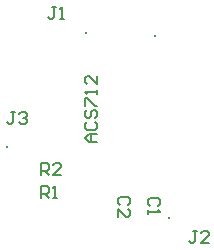
<source format=gto>
G04*
G04 #@! TF.GenerationSoftware,Altium Limited,Altium Designer,24.10.1 (45)*
G04*
G04 Layer_Color=65535*
%FSLAX25Y25*%
%MOIN*%
G70*
G04*
G04 #@! TF.SameCoordinates,E5876448-55ED-4AE9-9455-0B125572086D*
G04*
G04*
G04 #@! TF.FilePolarity,Positive*
G04*
G01*
G75*
%ADD10C,0.00600*%
%ADD11R,0.01000X0.01000*%
D10*
X65934Y10299D02*
X64601D01*
X65267D01*
Y6967D01*
X64601Y6301D01*
X63934D01*
X63268Y6967D01*
X69932Y6301D02*
X67266D01*
X69932Y8967D01*
Y9633D01*
X69266Y10299D01*
X67933D01*
X67266Y9633D01*
X19000Y84999D02*
X17667D01*
X18334D01*
Y81667D01*
X17667Y81001D01*
X17001D01*
X16334Y81667D01*
X20333Y81001D02*
X21666D01*
X20999D01*
Y84999D01*
X20333Y84333D01*
X5366Y49899D02*
X4033D01*
X4699D01*
Y46566D01*
X4033Y45900D01*
X3366D01*
X2700Y46566D01*
X6699Y49232D02*
X7365Y49899D01*
X8698D01*
X9364Y49232D01*
Y48566D01*
X8698Y47899D01*
X8032D01*
X8698D01*
X9364Y47233D01*
Y46566D01*
X8698Y45900D01*
X7365D01*
X6699Y46566D01*
X42933Y18967D02*
X43599Y19633D01*
Y20966D01*
X42933Y21632D01*
X40267D01*
X39601Y20966D01*
Y19633D01*
X40267Y18967D01*
X39601Y14968D02*
Y17634D01*
X42266Y14968D01*
X42933D01*
X43599Y15634D01*
Y16967D01*
X42933Y17634D01*
X53033Y18600D02*
X53699Y19266D01*
Y20599D01*
X53033Y21266D01*
X50367D01*
X49701Y20599D01*
Y19266D01*
X50367Y18600D01*
X49701Y17267D02*
Y15934D01*
Y16601D01*
X53699D01*
X53033Y17267D01*
X14068Y29001D02*
Y32999D01*
X16067D01*
X16734Y32333D01*
Y31000D01*
X16067Y30334D01*
X14068D01*
X15401D02*
X16734Y29001D01*
X20732D02*
X18067D01*
X20732Y31666D01*
Y32333D01*
X20066Y32999D01*
X18733D01*
X18067Y32333D01*
X32699Y40104D02*
X30034D01*
X28701Y41436D01*
X30034Y42769D01*
X32699D01*
X30700D01*
Y40104D01*
X29367Y46768D02*
X28701Y46102D01*
Y44769D01*
X29367Y44102D01*
X32033D01*
X32699Y44769D01*
Y46102D01*
X32033Y46768D01*
X29367Y50767D02*
X28701Y50100D01*
Y48767D01*
X29367Y48101D01*
X30034D01*
X30700Y48767D01*
Y50100D01*
X31366Y50767D01*
X32033D01*
X32699Y50100D01*
Y48767D01*
X32033Y48101D01*
X28701Y52100D02*
Y54765D01*
X29367D01*
X32033Y52100D01*
X32699D01*
Y56098D02*
Y57431D01*
Y56765D01*
X28701D01*
X29367Y56098D01*
X32699Y62097D02*
Y59431D01*
X30034Y62097D01*
X29367D01*
X28701Y61430D01*
Y60097D01*
X29367Y59431D01*
X13934Y21301D02*
Y25299D01*
X15934D01*
X16600Y24633D01*
Y23300D01*
X15934Y22634D01*
X13934D01*
X15267D02*
X16600Y21301D01*
X17933D02*
X19266D01*
X18599D01*
Y25299D01*
X17933Y24633D01*
D11*
X56600Y14800D02*
D03*
X29000Y76500D02*
D03*
X2600Y38300D02*
D03*
X51900Y75440D02*
D03*
M02*

</source>
